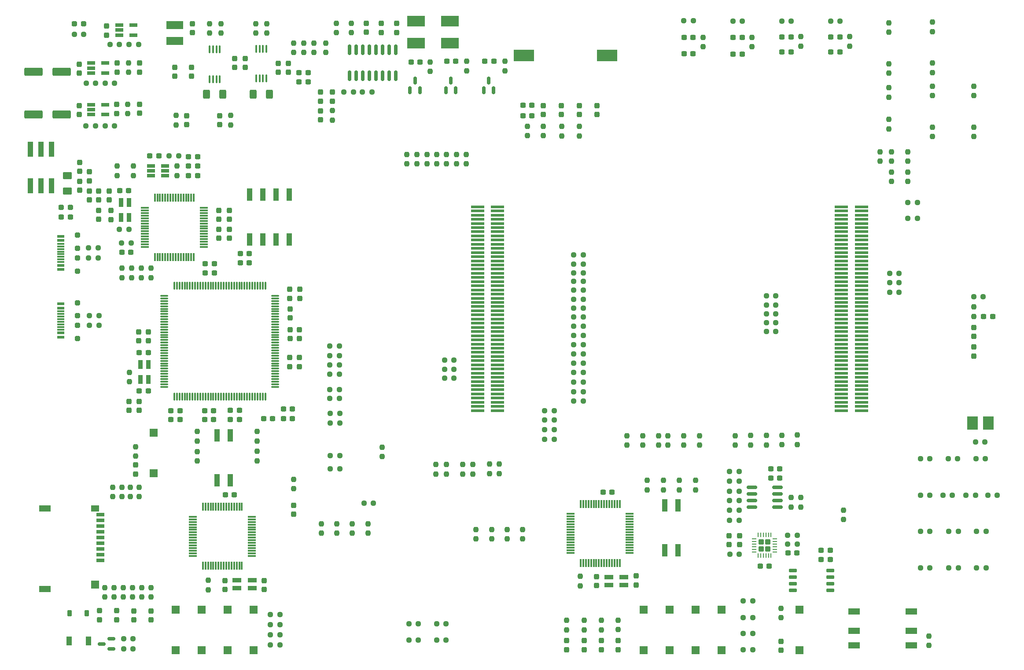
<source format=gbr>
%TF.GenerationSoftware,KiCad,Pcbnew,7.0.1*%
%TF.CreationDate,2023-05-17T15:07:38+08:00*%
%TF.ProjectId,PSVB_EvalBoard,50535642-5f45-4766-916c-426f6172642e,rev?*%
%TF.SameCoordinates,Original*%
%TF.FileFunction,Paste,Top*%
%TF.FilePolarity,Positive*%
%FSLAX46Y46*%
G04 Gerber Fmt 4.6, Leading zero omitted, Abs format (unit mm)*
G04 Created by KiCad (PCBNEW 7.0.1) date 2023-05-17 15:07:38*
%MOMM*%
%LPD*%
G01*
G04 APERTURE LIST*
G04 Aperture macros list*
%AMRoundRect*
0 Rectangle with rounded corners*
0 $1 Rounding radius*
0 $2 $3 $4 $5 $6 $7 $8 $9 X,Y pos of 4 corners*
0 Add a 4 corners polygon primitive as box body*
4,1,4,$2,$3,$4,$5,$6,$7,$8,$9,$2,$3,0*
0 Add four circle primitives for the rounded corners*
1,1,$1+$1,$2,$3*
1,1,$1+$1,$4,$5*
1,1,$1+$1,$6,$7*
1,1,$1+$1,$8,$9*
0 Add four rect primitives between the rounded corners*
20,1,$1+$1,$2,$3,$4,$5,0*
20,1,$1+$1,$4,$5,$6,$7,0*
20,1,$1+$1,$6,$7,$8,$9,0*
20,1,$1+$1,$8,$9,$2,$3,0*%
G04 Aperture macros list end*
%ADD10RoundRect,0.150000X0.150000X-0.587500X0.150000X0.587500X-0.150000X0.587500X-0.150000X-0.587500X0*%
%ADD11RoundRect,0.237500X0.237500X-0.300000X0.237500X0.300000X-0.237500X0.300000X-0.237500X-0.300000X0*%
%ADD12RoundRect,0.237500X0.300000X0.237500X-0.300000X0.237500X-0.300000X-0.237500X0.300000X-0.237500X0*%
%ADD13RoundRect,0.237500X0.237500X-0.250000X0.237500X0.250000X-0.237500X0.250000X-0.237500X-0.250000X0*%
%ADD14RoundRect,0.237500X0.237500X-0.287500X0.237500X0.287500X-0.237500X0.287500X-0.237500X-0.287500X0*%
%ADD15RoundRect,0.237500X-0.237500X0.250000X-0.237500X-0.250000X0.237500X-0.250000X0.237500X0.250000X0*%
%ADD16RoundRect,0.237500X-0.300000X-0.237500X0.300000X-0.237500X0.300000X0.237500X-0.300000X0.237500X0*%
%ADD17RoundRect,0.237500X-0.237500X0.300000X-0.237500X-0.300000X0.237500X-0.300000X0.237500X0.300000X0*%
%ADD18RoundRect,0.250000X-0.250000X0.250000X-0.250000X-0.250000X0.250000X-0.250000X0.250000X0.250000X0*%
%ADD19RoundRect,0.237500X-0.250000X-0.237500X0.250000X-0.237500X0.250000X0.237500X-0.250000X0.237500X0*%
%ADD20RoundRect,0.237500X-0.237500X0.287500X-0.237500X-0.287500X0.237500X-0.287500X0.237500X0.287500X0*%
%ADD21RoundRect,0.237500X0.250000X0.237500X-0.250000X0.237500X-0.250000X-0.237500X0.250000X-0.237500X0*%
%ADD22R,1.500000X1.500000*%
%ADD23RoundRect,0.150000X-0.150000X0.825000X-0.150000X-0.825000X0.150000X-0.825000X0.150000X0.825000X0*%
%ADD24R,1.120000X2.440000*%
%ADD25RoundRect,0.250000X1.500000X0.550000X-1.500000X0.550000X-1.500000X-0.550000X1.500000X-0.550000X0*%
%ADD26R,1.000000X3.000000*%
%ADD27R,2.200000X1.300000*%
%ADD28R,2.600000X0.500000*%
%ADD29R,0.900000X1.750000*%
%ADD30RoundRect,0.150000X0.587500X0.150000X-0.587500X0.150000X-0.587500X-0.150000X0.587500X-0.150000X0*%
%ADD31R,1.450000X0.600000*%
%ADD32R,1.450000X0.300000*%
%ADD33R,1.560000X0.650000*%
%ADD34RoundRect,0.250000X0.250000X-0.250000X0.250000X0.250000X-0.250000X0.250000X-0.250000X-0.250000X0*%
%ADD35R,3.500000X2.000000*%
%ADD36RoundRect,0.237500X0.287500X0.237500X-0.287500X0.237500X-0.287500X-0.237500X0.287500X-0.237500X0*%
%ADD37R,1.750000X0.900000*%
%ADD38R,4.000000X2.300000*%
%ADD39RoundRect,0.250000X-0.275000X0.295000X-0.275000X-0.295000X0.275000X-0.295000X0.275000X0.295000X0*%
%ADD40RoundRect,0.062500X-0.062500X0.337500X-0.062500X-0.337500X0.062500X-0.337500X0.062500X0.337500X0*%
%ADD41RoundRect,0.062500X-0.337500X0.062500X-0.337500X-0.062500X0.337500X-0.062500X0.337500X0.062500X0*%
%ADD42RoundRect,0.075000X0.075000X-0.700000X0.075000X0.700000X-0.075000X0.700000X-0.075000X-0.700000X0*%
%ADD43RoundRect,0.075000X0.700000X-0.075000X0.700000X0.075000X-0.700000X0.075000X-0.700000X-0.075000X0*%
%ADD44RoundRect,0.100000X0.100000X-0.637500X0.100000X0.637500X-0.100000X0.637500X-0.100000X-0.637500X0*%
%ADD45RoundRect,0.250000X-0.400000X-0.625000X0.400000X-0.625000X0.400000X0.625000X-0.400000X0.625000X0*%
%ADD46RoundRect,0.250001X-0.624999X0.462499X-0.624999X-0.462499X0.624999X-0.462499X0.624999X0.462499X0*%
%ADD47RoundRect,0.150000X-0.825000X-0.150000X0.825000X-0.150000X0.825000X0.150000X-0.825000X0.150000X0*%
%ADD48RoundRect,0.075000X-0.700000X-0.075000X0.700000X-0.075000X0.700000X0.075000X-0.700000X0.075000X0*%
%ADD49RoundRect,0.075000X-0.075000X-0.700000X0.075000X-0.700000X0.075000X0.700000X-0.075000X0.700000X0*%
%ADD50RoundRect,0.225000X-0.225000X-0.375000X0.225000X-0.375000X0.225000X0.375000X-0.225000X0.375000X0*%
%ADD51RoundRect,0.150000X-0.650000X-0.150000X0.650000X-0.150000X0.650000X0.150000X-0.650000X0.150000X0*%
%ADD52RoundRect,0.237500X-0.287500X-0.237500X0.287500X-0.237500X0.287500X0.237500X-0.287500X0.237500X0*%
%ADD53R,2.000000X2.600000*%
%ADD54R,1.100000X1.800000*%
%ADD55R,1.600000X0.700000*%
%ADD56R,1.500000X1.200000*%
%ADD57R,2.200000X1.200000*%
%ADD58R,1.500000X1.600000*%
%ADD59R,3.320000X1.500000*%
%ADD60RoundRect,0.075000X-0.662500X-0.075000X0.662500X-0.075000X0.662500X0.075000X-0.662500X0.075000X0*%
%ADD61RoundRect,0.075000X-0.075000X-0.662500X0.075000X-0.662500X0.075000X0.662500X-0.075000X0.662500X0*%
G04 APERTURE END LIST*
D10*
%TO.C,U7*%
X125084800Y-45743100D03*
X126984800Y-45743100D03*
X126034800Y-43868100D03*
%TD*%
D11*
%TO.C,C17*%
X116713000Y-34578400D03*
X116713000Y-32853400D03*
%TD*%
D12*
%TO.C,C62*%
X80821700Y-109067600D03*
X79096700Y-109067600D03*
%TD*%
D13*
%TO.C,R102*%
X225552000Y-34450500D03*
X225552000Y-32625500D03*
%TD*%
D11*
%TO.C,C15*%
X122555000Y-34579500D03*
X122555000Y-32854500D03*
%TD*%
D14*
%TO.C,L4*%
X65227200Y-66813400D03*
X65227200Y-65063400D03*
%TD*%
%TO.C,LED12*%
X75285600Y-147585400D03*
X75285600Y-145835400D03*
%TD*%
D15*
%TO.C,R72*%
X198374000Y-124055500D03*
X198374000Y-125880500D03*
%TD*%
D16*
%TO.C,C28*%
X58014700Y-70104000D03*
X59739700Y-70104000D03*
%TD*%
D14*
%TO.C,LED11*%
X71983600Y-147585400D03*
X71983600Y-145835400D03*
%TD*%
D17*
%TO.C,C21*%
X110185200Y-46076700D03*
X110185200Y-47801700D03*
%TD*%
D11*
%TO.C,C7*%
X66751200Y-35101700D03*
X66751200Y-33376700D03*
%TD*%
D12*
%TO.C,C93*%
X198347500Y-35433000D03*
X196622500Y-35433000D03*
%TD*%
%TO.C,C52*%
X92251700Y-107289600D03*
X90526700Y-107289600D03*
%TD*%
D13*
%TO.C,R186*%
X134010400Y-59891300D03*
X134010400Y-58066300D03*
%TD*%
D11*
%TO.C,C77*%
X97028000Y-141730900D03*
X97028000Y-140005900D03*
%TD*%
D15*
%TO.C,R84*%
X161848800Y-147677500D03*
X161848800Y-149502500D03*
%TD*%
D18*
%TO.C,ESD4*%
X61163200Y-90952000D03*
X61163200Y-93452000D03*
%TD*%
D14*
%TO.C,3V3_PWR*%
X73101200Y-42226200D03*
X73101200Y-40476200D03*
%TD*%
D19*
%TO.C,R6*%
X66446400Y-52578000D03*
X68271400Y-52578000D03*
%TD*%
%TO.C,R224*%
X156567500Y-100025200D03*
X158392500Y-100025200D03*
%TD*%
D16*
%TO.C,C36*%
X69241500Y-64996400D03*
X70966500Y-64996400D03*
%TD*%
D17*
%TO.C,C23*%
X101701600Y-40539500D03*
X101701600Y-42264500D03*
%TD*%
D12*
%TO.C,C91*%
X188949500Y-35560000D03*
X187224500Y-35560000D03*
%TD*%
D20*
%TO.C,LED8*%
X150723600Y-48655000D03*
X150723600Y-50405000D03*
%TD*%
D21*
%TO.C,R203*%
X118055400Y-125171200D03*
X116230400Y-125171200D03*
%TD*%
D22*
%TO.C,KEY6*%
X80000000Y-145600000D03*
X80000000Y-153400000D03*
%TD*%
D23*
%TO.C,U6*%
X122351800Y-37961800D03*
X121081800Y-37961800D03*
X119811800Y-37961800D03*
X118541800Y-37961800D03*
X117271800Y-37961800D03*
X116001800Y-37961800D03*
X114731800Y-37961800D03*
X113461800Y-37961800D03*
X113461800Y-42911800D03*
X114731800Y-42911800D03*
X116001800Y-42911800D03*
X117271800Y-42911800D03*
X118541800Y-42911800D03*
X119811800Y-42911800D03*
X121081800Y-42911800D03*
X122351800Y-42911800D03*
%TD*%
D19*
%TO.C,R28*%
X63247900Y-76047600D03*
X65072900Y-76047600D03*
%TD*%
D12*
%TO.C,C80*%
X196188500Y-118491000D03*
X194463500Y-118491000D03*
%TD*%
D13*
%TO.C,R105*%
X225552000Y-54643500D03*
X225552000Y-52818500D03*
%TD*%
D17*
%TO.C,C69*%
X71069200Y-105563500D03*
X71069200Y-107288500D03*
%TD*%
%TO.C,C57*%
X72948800Y-105562400D03*
X72948800Y-107287400D03*
%TD*%
D15*
%TO.C,R40*%
X72288400Y-114251100D03*
X72288400Y-116076100D03*
%TD*%
D19*
%TO.C,R195*%
X109679100Y-103276400D03*
X111504100Y-103276400D03*
%TD*%
%TO.C,R194*%
X109729900Y-107899200D03*
X111554900Y-107899200D03*
%TD*%
D20*
%TO.C,LED5*%
X161036000Y-48655000D03*
X161036000Y-50405000D03*
%TD*%
D11*
%TO.C,C97*%
X233476800Y-93065600D03*
X233476800Y-91340600D03*
%TD*%
D19*
%TO.C,R220*%
X156567500Y-80822800D03*
X158392500Y-80822800D03*
%TD*%
D16*
%TO.C,C83*%
X197761500Y-134677000D03*
X199486500Y-134677000D03*
%TD*%
D15*
%TO.C,R137*%
X75285600Y-141376400D03*
X75285600Y-143201400D03*
%TD*%
%TO.C,R49*%
X146764000Y-130200400D03*
X146764000Y-132025400D03*
%TD*%
%TO.C,R56*%
X117000000Y-129087500D03*
X117000000Y-130912500D03*
%TD*%
D19*
%TO.C,R196*%
X109729900Y-109728000D03*
X111554900Y-109728000D03*
%TD*%
D13*
%TO.C,R36*%
X69642200Y-81784200D03*
X69642200Y-79959200D03*
%TD*%
D16*
%TO.C,C68*%
X85700700Y-79044800D03*
X87425700Y-79044800D03*
%TD*%
%TO.C,C67*%
X92456000Y-77114400D03*
X94181000Y-77114400D03*
%TD*%
D11*
%TO.C,C3*%
X61468000Y-42416900D03*
X61468000Y-40691900D03*
%TD*%
D21*
%TO.C,R151*%
X219149300Y-80924400D03*
X217324300Y-80924400D03*
%TD*%
D19*
%TO.C,R214*%
X156567500Y-91135200D03*
X158392500Y-91135200D03*
%TD*%
%TO.C,R66*%
X186563000Y-120925790D03*
X188388000Y-120925790D03*
%TD*%
D13*
%TO.C,R147*%
X196596000Y-113891700D03*
X196596000Y-112066700D03*
%TD*%
%TO.C,R64*%
X173786800Y-122578500D03*
X173786800Y-120753500D03*
%TD*%
D24*
%TO.C,BOOT_MODE1*%
X90525600Y-112128600D03*
X87985600Y-112128600D03*
X87985600Y-120738600D03*
X90525600Y-120738600D03*
%TD*%
D15*
%TO.C,R156*%
X217678000Y-61419100D03*
X217678000Y-63244100D03*
%TD*%
%TO.C,R32*%
X71882000Y-60301500D03*
X71882000Y-62126500D03*
%TD*%
D25*
%TO.C,C2*%
X58072000Y-42164000D03*
X52672000Y-42164000D03*
%TD*%
D15*
%TO.C,R199*%
X66395600Y-141378300D03*
X66395600Y-143203300D03*
%TD*%
D19*
%TO.C,R197*%
X109679100Y-105003600D03*
X111504100Y-105003600D03*
%TD*%
D12*
%TO.C,C71*%
X98652500Y-108915200D03*
X96927500Y-108915200D03*
%TD*%
D21*
%TO.C,R121*%
X230528500Y-137541000D03*
X228703500Y-137541000D03*
%TD*%
D12*
%TO.C,C63*%
X92251700Y-109067600D03*
X90526700Y-109067600D03*
%TD*%
D16*
%TO.C,C26*%
X132131900Y-40132000D03*
X133856900Y-40132000D03*
%TD*%
D22*
%TO.C,KEY7*%
X85000000Y-145600000D03*
X85000000Y-153400000D03*
%TD*%
D19*
%TO.C,R219*%
X156567500Y-82499200D03*
X158392500Y-82499200D03*
%TD*%
D11*
%TO.C,C30*%
X61518800Y-61314500D03*
X61518800Y-59589500D03*
%TD*%
D21*
%TO.C,R74*%
X199536500Y-133000600D03*
X197711500Y-133000600D03*
%TD*%
D14*
%TO.C,LED2*%
X158546800Y-153327700D03*
X158546800Y-151577700D03*
%TD*%
D13*
%TO.C,R94*%
X137134600Y-119532400D03*
X137134600Y-117707400D03*
%TD*%
D26*
%TO.C,POWER1*%
X52102000Y-64079000D03*
X54102000Y-64079000D03*
X56102000Y-64079000D03*
X52102000Y-57079000D03*
X54102000Y-57079000D03*
X56102000Y-57079000D03*
%TD*%
D17*
%TO.C,C31*%
X65227200Y-68835100D03*
X65227200Y-70560100D03*
%TD*%
D21*
%TO.C,R169*%
X195423800Y-85293200D03*
X193598800Y-85293200D03*
%TD*%
D19*
%TO.C,R7*%
X62739900Y-52578000D03*
X64564900Y-52578000D03*
%TD*%
D21*
%TO.C,R178*%
X133549400Y-99364800D03*
X131724400Y-99364800D03*
%TD*%
D15*
%TO.C,R16*%
X110921800Y-32804500D03*
X110921800Y-34629500D03*
%TD*%
D17*
%TO.C,C64*%
X103835200Y-97130700D03*
X103835200Y-98855700D03*
%TD*%
D13*
%TO.C,R86*%
X157632400Y-54506500D03*
X157632400Y-52681500D03*
%TD*%
%TO.C,R37*%
X73401400Y-81784200D03*
X73401400Y-79959200D03*
%TD*%
D12*
%TO.C,C86*%
X205891300Y-135991600D03*
X204166300Y-135991600D03*
%TD*%
D19*
%TO.C,R207*%
X156567500Y-79146400D03*
X158392500Y-79146400D03*
%TD*%
D15*
%TO.C,R155*%
X220776800Y-57558300D03*
X220776800Y-59383300D03*
%TD*%
D19*
%TO.C,R215*%
X156567500Y-89357200D03*
X158392500Y-89357200D03*
%TD*%
D17*
%TO.C,C14*%
X82092800Y-50597900D03*
X82092800Y-52322900D03*
%TD*%
D12*
%TO.C,C95*%
X207745500Y-35433000D03*
X206020500Y-35433000D03*
%TD*%
D15*
%TO.C,R134*%
X69900800Y-141376400D03*
X69900800Y-143201400D03*
%TD*%
D21*
%TO.C,R179*%
X133549400Y-97586800D03*
X131724400Y-97586800D03*
%TD*%
D19*
%TO.C,R127*%
X196572500Y-32385000D03*
X198397500Y-32385000D03*
%TD*%
D15*
%TO.C,R14*%
X86512400Y-32920300D03*
X86512400Y-34745300D03*
%TD*%
D27*
%TO.C,KEY5*%
X210500000Y-146000000D03*
X210500000Y-149700000D03*
X210500000Y-152500000D03*
X221500000Y-152500000D03*
X221500000Y-149700000D03*
X221500000Y-146000000D03*
%TD*%
D19*
%TO.C,R79*%
X189181100Y-147116800D03*
X191006100Y-147116800D03*
%TD*%
%TO.C,R227*%
X156567500Y-94691200D03*
X158392500Y-94691200D03*
%TD*%
%TO.C,R54*%
X124866500Y-151485600D03*
X126691500Y-151485600D03*
%TD*%
D18*
%TO.C,ESD2*%
X61112400Y-77998000D03*
X61112400Y-80498000D03*
%TD*%
D21*
%TO.C,R119*%
X235862500Y-130556000D03*
X234037500Y-130556000D03*
%TD*%
D22*
%TO.C,AKINA_RESET1*%
X200000000Y-153400000D03*
X200000000Y-145600000D03*
%TD*%
D15*
%TO.C,R20*%
X106629200Y-36628700D03*
X106629200Y-38453700D03*
%TD*%
D12*
%TO.C,C81*%
X196188500Y-120269000D03*
X194463500Y-120269000D03*
%TD*%
D13*
%TO.C,R90*%
X140356253Y-119452053D03*
X140356253Y-117627053D03*
%TD*%
D28*
%TO.C,BTB100x1*%
X211950000Y-107325000D03*
X211950000Y-106525000D03*
X211950000Y-105725000D03*
X211950000Y-104925000D03*
X211950000Y-104125000D03*
X211950000Y-103325000D03*
X211950000Y-102525000D03*
X211950000Y-101725000D03*
X211950000Y-100925000D03*
X211950000Y-100125000D03*
X211950000Y-99325000D03*
X211950000Y-98525000D03*
X211950000Y-97725000D03*
X211950000Y-96925000D03*
X211950000Y-96125000D03*
X211950000Y-95325000D03*
X211950000Y-94525000D03*
X211950000Y-93725000D03*
X211950000Y-92925000D03*
X211950000Y-92125000D03*
X211950000Y-91325000D03*
X211950000Y-90525000D03*
X211950000Y-89725000D03*
X211950000Y-88925000D03*
X211950000Y-88125000D03*
X211950000Y-87325000D03*
X211950000Y-86525000D03*
X211950000Y-85725000D03*
X211950000Y-84925000D03*
X211950000Y-84125000D03*
X211950000Y-83325000D03*
X211950000Y-82525000D03*
X211950000Y-81725000D03*
X211950000Y-80925000D03*
X211950000Y-80125000D03*
X211950000Y-79325000D03*
X211950000Y-78525000D03*
X211950000Y-77725000D03*
X211950000Y-76925000D03*
X211950000Y-76125000D03*
X211950000Y-75325000D03*
X211950000Y-74525000D03*
X211950000Y-73725000D03*
X211950000Y-72925000D03*
X211950000Y-72125000D03*
X211950000Y-71325000D03*
X211950000Y-70525000D03*
X211950000Y-69725000D03*
X211950000Y-68925000D03*
X211950000Y-68125000D03*
X208050000Y-107325000D03*
X208050000Y-106525000D03*
X208050000Y-105725000D03*
X208050000Y-104925000D03*
X208050000Y-104125000D03*
X208050000Y-103325000D03*
X208050000Y-102525000D03*
X208050000Y-101725000D03*
X208050000Y-100925000D03*
X208050000Y-100125000D03*
X208050000Y-99325000D03*
X208050000Y-98525000D03*
X208050000Y-97725000D03*
X208050000Y-96925000D03*
X208050000Y-96125000D03*
X208050000Y-95325000D03*
X208050000Y-94525000D03*
X208050000Y-93725000D03*
X208050000Y-92925000D03*
X208050000Y-92125000D03*
X208050000Y-91325000D03*
X208050000Y-90525000D03*
X208050000Y-89725000D03*
X208050000Y-88925000D03*
X208050000Y-88125000D03*
X208050000Y-87325000D03*
X208050000Y-86525000D03*
X208050000Y-85725000D03*
X208050000Y-84925000D03*
X208050000Y-84125000D03*
X208050000Y-83325000D03*
X208050000Y-82525000D03*
X208050000Y-81725000D03*
X208050000Y-80925000D03*
X208050000Y-80125000D03*
X208050000Y-79325000D03*
X208050000Y-78525000D03*
X208050000Y-77725000D03*
X208050000Y-76925000D03*
X208050000Y-76125000D03*
X208050000Y-75325000D03*
X208050000Y-74525000D03*
X208050000Y-73725000D03*
X208050000Y-72925000D03*
X208050000Y-72125000D03*
X208050000Y-71325000D03*
X208050000Y-70525000D03*
X208050000Y-69725000D03*
X208050000Y-68925000D03*
X208050000Y-68125000D03*
X141900000Y-107325000D03*
X141900000Y-106525000D03*
X141900000Y-105725000D03*
X141900000Y-104925000D03*
X141900000Y-104125000D03*
X141900000Y-103325000D03*
X141900000Y-102525000D03*
X141900000Y-101725000D03*
X141900000Y-100925000D03*
X141900000Y-100125000D03*
X141900000Y-99325000D03*
X141900000Y-98525000D03*
X141900000Y-97725000D03*
X141900000Y-96925000D03*
X141900000Y-96125000D03*
X141900000Y-95325000D03*
X141900000Y-94525000D03*
X141900000Y-93725000D03*
X141900000Y-92925000D03*
X141900000Y-92125000D03*
X141900000Y-91325000D03*
X141900000Y-90525000D03*
X141900000Y-89725000D03*
X141900000Y-88925000D03*
X141900000Y-88125000D03*
X141900000Y-87325000D03*
X141900000Y-86525000D03*
X141900000Y-85725000D03*
X141900000Y-84925000D03*
X141900000Y-84125000D03*
X141900000Y-83325000D03*
X141900000Y-82525000D03*
X141900000Y-81725000D03*
X141900000Y-80925000D03*
X141900000Y-80125000D03*
X141900000Y-79325000D03*
X141900000Y-78525000D03*
X141900000Y-77725000D03*
X141900000Y-76925000D03*
X141900000Y-76125000D03*
X141900000Y-75325000D03*
X141900000Y-74525000D03*
X141900000Y-73725000D03*
X141900000Y-72925000D03*
X141900000Y-72125000D03*
X141900000Y-71325000D03*
X141900000Y-70525000D03*
X141900000Y-69725000D03*
X141900000Y-68925000D03*
X141900000Y-68125000D03*
X138100000Y-107325000D03*
X138100000Y-106525000D03*
X138100000Y-105725000D03*
X138100000Y-104925000D03*
X138100000Y-104125000D03*
X138100000Y-103325000D03*
X138100000Y-102525000D03*
X138100000Y-101725000D03*
X138100000Y-100925000D03*
X138100000Y-100125000D03*
X138100000Y-99325000D03*
X138100000Y-98525000D03*
X138100000Y-97725000D03*
X138100000Y-96925000D03*
X138100000Y-96125000D03*
X138100000Y-95325000D03*
X138100000Y-94525000D03*
X138100000Y-93725000D03*
X138100000Y-92925000D03*
X138100000Y-92125000D03*
X138100000Y-91325000D03*
X138100000Y-90525000D03*
X138100000Y-89725000D03*
X138100000Y-88925000D03*
X138100000Y-88125000D03*
X138100000Y-87325000D03*
X138100000Y-86525000D03*
X138100000Y-85725000D03*
X138100000Y-84925000D03*
X138100000Y-84125000D03*
X138100000Y-83325000D03*
X138100000Y-82525000D03*
X138100000Y-81725000D03*
X138100000Y-80925000D03*
X138100000Y-80125000D03*
X138100000Y-79325000D03*
X138100000Y-78525000D03*
X138100000Y-77725000D03*
X138100000Y-76925000D03*
X138100000Y-76125000D03*
X138100000Y-75325000D03*
X138100000Y-74525000D03*
X138100000Y-73725000D03*
X138100000Y-72925000D03*
X138100000Y-72125000D03*
X138100000Y-71325000D03*
X138100000Y-70525000D03*
X138100000Y-69725000D03*
X138100000Y-68925000D03*
X138100000Y-68125000D03*
%TD*%
D19*
%TO.C,R67*%
X186563000Y-122830790D03*
X188388000Y-122830790D03*
%TD*%
D12*
%TO.C,C78*%
X91286500Y-123494800D03*
X89561500Y-123494800D03*
%TD*%
D21*
%TO.C,R114*%
X229385500Y-123571000D03*
X227560500Y-123571000D03*
%TD*%
D12*
%TO.C,C35*%
X76757700Y-58369200D03*
X75032700Y-58369200D03*
%TD*%
%TO.C,C19*%
X105459700Y-44145200D03*
X103734700Y-44145200D03*
%TD*%
D11*
%TO.C,C5*%
X61468000Y-50393600D03*
X61468000Y-48668600D03*
%TD*%
D12*
%TO.C,C61*%
X87323000Y-109067600D03*
X85598000Y-109067600D03*
%TD*%
D21*
%TO.C,R70*%
X188364500Y-124608790D03*
X186539500Y-124608790D03*
%TD*%
%TO.C,R116*%
X238021500Y-123571000D03*
X236196500Y-123571000D03*
%TD*%
D16*
%TO.C,C82*%
X192427500Y-137267800D03*
X194152500Y-137267800D03*
%TD*%
D29*
%TO.C,X2*%
X71031400Y-70205600D03*
X71031400Y-67305600D03*
X69481400Y-67305600D03*
X69481400Y-70205600D03*
%TD*%
D15*
%TO.C,R22*%
X113766600Y-32804500D03*
X113766600Y-34629500D03*
%TD*%
D30*
%TO.C,Q1*%
X67637900Y-153146800D03*
X67637900Y-151246800D03*
X65762900Y-152196800D03*
%TD*%
D16*
%TO.C,C56*%
X85700700Y-80873600D03*
X87425700Y-80873600D03*
%TD*%
D31*
%TO.C,USB2*%
X57945000Y-86800000D03*
X57945000Y-87600000D03*
D32*
X57945000Y-88250000D03*
X57945000Y-88750000D03*
X57945000Y-89250000D03*
X57945000Y-89750000D03*
X57945000Y-90250000D03*
X57945000Y-90750000D03*
X57945000Y-91250000D03*
X57945000Y-91750000D03*
D31*
X57945000Y-92400000D03*
X57945000Y-93200000D03*
%TD*%
D21*
%TO.C,R113*%
X225067500Y-123571000D03*
X223242500Y-123571000D03*
%TD*%
D20*
%TO.C,LED7*%
X154178000Y-48655000D03*
X154178000Y-50405000D03*
%TD*%
D12*
%TO.C,C70*%
X102462500Y-107035600D03*
X100737500Y-107035600D03*
%TD*%
D10*
%TO.C,U8*%
X131993600Y-45743100D03*
X133893600Y-45743100D03*
X132943600Y-43868100D03*
%TD*%
D14*
%TO.C,LED3*%
X161848800Y-153337200D03*
X161848800Y-151587200D03*
%TD*%
D19*
%TO.C,R222*%
X156567500Y-103682800D03*
X158392500Y-103682800D03*
%TD*%
D13*
%TO.C,R95*%
X132054600Y-119507000D03*
X132054600Y-117682000D03*
%TD*%
D22*
%TO.C,KEY9*%
X95000000Y-145600000D03*
X95000000Y-153400000D03*
%TD*%
D19*
%TO.C,R141*%
X98249100Y-148488400D03*
X100074100Y-148488400D03*
%TD*%
D13*
%TO.C,R131*%
X102671200Y-122375300D03*
X102671200Y-120550300D03*
%TD*%
D15*
%TO.C,R43*%
X95707200Y-115165500D03*
X95707200Y-116990500D03*
%TD*%
D19*
%TO.C,R213*%
X156567500Y-92913200D03*
X158392500Y-92913200D03*
%TD*%
D33*
%TO.C,U2*%
X63724800Y-48478400D03*
X63724800Y-49428400D03*
X63724800Y-50378400D03*
X66424800Y-50378400D03*
X66424800Y-48478400D03*
%TD*%
D13*
%TO.C,R45*%
X84175600Y-113180500D03*
X84175600Y-111355500D03*
%TD*%
D15*
%TO.C,R50*%
X140764000Y-130200400D03*
X140764000Y-132025400D03*
%TD*%
D19*
%TO.C,R4*%
X66448300Y-44348400D03*
X68273300Y-44348400D03*
%TD*%
D11*
%TO.C,C49*%
X74803000Y-93928100D03*
X74803000Y-92203100D03*
%TD*%
D13*
%TO.C,R171*%
X169824400Y-113993300D03*
X169824400Y-112168300D03*
%TD*%
D21*
%TO.C,R31*%
X71016500Y-72464000D03*
X69191500Y-72464000D03*
%TD*%
D13*
%TO.C,R181*%
X126390400Y-59891300D03*
X126390400Y-58066300D03*
%TD*%
D19*
%TO.C,R5*%
X62790700Y-44348400D03*
X64615700Y-44348400D03*
%TD*%
D15*
%TO.C,R13*%
X88696800Y-32920300D03*
X88696800Y-34745300D03*
%TD*%
D34*
%TO.C,ESD1*%
X61112400Y-76078400D03*
X61112400Y-73578400D03*
%TD*%
D14*
%TO.C,LED9*%
X65379600Y-147574000D03*
X65379600Y-145824000D03*
%TD*%
D35*
%TO.C,X1*%
X132764600Y-32429800D03*
X126264600Y-32429800D03*
X126264600Y-36629800D03*
X132764600Y-36629800D03*
%TD*%
D21*
%TO.C,R47*%
X132025500Y-148336000D03*
X130200500Y-148336000D03*
%TD*%
D13*
%TO.C,R164*%
X215493600Y-59383300D03*
X215493600Y-57558300D03*
%TD*%
D15*
%TO.C,R161*%
X177698400Y-112168300D03*
X177698400Y-113993300D03*
%TD*%
%TO.C,R136*%
X73507600Y-141376400D03*
X73507600Y-143201400D03*
%TD*%
%TO.C,R124*%
X181456500Y-35521500D03*
X181456500Y-37346500D03*
%TD*%
D19*
%TO.C,R1*%
X60504700Y-34950400D03*
X62329700Y-34950400D03*
%TD*%
%TO.C,R223*%
X156567500Y-101854000D03*
X158392500Y-101854000D03*
%TD*%
D13*
%TO.C,R146*%
X193598800Y-113942500D03*
X193598800Y-112117500D03*
%TD*%
D15*
%TO.C,R11*%
X95453200Y-32920300D03*
X95453200Y-34745300D03*
%TD*%
D17*
%TO.C,C43*%
X88290400Y-72441900D03*
X88290400Y-74166900D03*
%TD*%
D21*
%TO.C,R150*%
X219149300Y-82753200D03*
X217324300Y-82753200D03*
%TD*%
D13*
%TO.C,R92*%
X130073400Y-119507000D03*
X130073400Y-117682000D03*
%TD*%
D12*
%TO.C,C89*%
X179525000Y-35545000D03*
X177800000Y-35545000D03*
%TD*%
D19*
%TO.C,R189*%
X109729900Y-118567200D03*
X111554900Y-118567200D03*
%TD*%
D13*
%TO.C,R144*%
X187604400Y-113993300D03*
X187604400Y-112168300D03*
%TD*%
D12*
%TO.C,C87*%
X205891300Y-134162800D03*
X204166300Y-134162800D03*
%TD*%
D13*
%TO.C,R101*%
X217170000Y-42451500D03*
X217170000Y-40626500D03*
%TD*%
D17*
%TO.C,C42*%
X88290400Y-68835100D03*
X88290400Y-70560100D03*
%TD*%
D21*
%TO.C,R68*%
X188364500Y-128418790D03*
X186539500Y-128418790D03*
%TD*%
%TO.C,R167*%
X195423800Y-88717600D03*
X193598800Y-88717600D03*
%TD*%
D15*
%TO.C,R10*%
X97536000Y-32920300D03*
X97536000Y-34745300D03*
%TD*%
D13*
%TO.C,R148*%
X199593200Y-113839000D03*
X199593200Y-112014000D03*
%TD*%
D19*
%TO.C,R221*%
X156567500Y-105511600D03*
X158392500Y-105511600D03*
%TD*%
D36*
%TO.C,L2*%
X59752200Y-68224400D03*
X58002200Y-68224400D03*
%TD*%
D13*
%TO.C,R93*%
X142235853Y-119452053D03*
X142235853Y-117627053D03*
%TD*%
D14*
%TO.C,1V8_PWR*%
X73101200Y-50151000D03*
X73101200Y-48401000D03*
%TD*%
D15*
%TO.C,R57*%
X111000000Y-129087500D03*
X111000000Y-130912500D03*
%TD*%
D21*
%TO.C,R191*%
X111504100Y-98552000D03*
X109679100Y-98552000D03*
%TD*%
D13*
%TO.C,R182*%
X72999600Y-123899300D03*
X72999600Y-122074300D03*
%TD*%
D37*
%TO.C,X5*%
X94718800Y-139941000D03*
X91818800Y-139941000D03*
X91818800Y-141491000D03*
X94718800Y-141491000D03*
%TD*%
D19*
%TO.C,R65*%
X186539500Y-119020790D03*
X188364500Y-119020790D03*
%TD*%
%TO.C,R78*%
X189181100Y-150215600D03*
X191006100Y-150215600D03*
%TD*%
D13*
%TO.C,R103*%
X225552000Y-42324500D03*
X225552000Y-40499500D03*
%TD*%
D21*
%TO.C,R73*%
X199536500Y-131324200D03*
X197711500Y-131324200D03*
%TD*%
D13*
%TO.C,R89*%
X147624800Y-54457600D03*
X147624800Y-52632600D03*
%TD*%
%TO.C,R39*%
X75281000Y-81784200D03*
X75281000Y-79959200D03*
%TD*%
D19*
%TO.C,R123*%
X177750000Y-32370000D03*
X179575000Y-32370000D03*
%TD*%
D11*
%TO.C,C72*%
X102006400Y-89508500D03*
X102006400Y-87783500D03*
%TD*%
D17*
%TO.C,C41*%
X90373200Y-68835100D03*
X90373200Y-70560100D03*
%TD*%
D13*
%TO.C,R44*%
X95707200Y-113178600D03*
X95707200Y-111353600D03*
%TD*%
D15*
%TO.C,R2*%
X70916800Y-40438700D03*
X70916800Y-42263700D03*
%TD*%
D19*
%TO.C,R175*%
X150965965Y-109155665D03*
X152790965Y-109155665D03*
%TD*%
D11*
%TO.C,C10*%
X91389200Y-41350100D03*
X91389200Y-39625100D03*
%TD*%
D12*
%TO.C,C88*%
X179525000Y-38720000D03*
X177800000Y-38720000D03*
%TD*%
D11*
%TO.C,C96*%
X102666800Y-127280700D03*
X102666800Y-125555700D03*
%TD*%
D13*
%TO.C,R33*%
X68732400Y-62126500D03*
X68732400Y-60301500D03*
%TD*%
D19*
%TO.C,R99*%
X233834300Y-113385600D03*
X235659300Y-113385600D03*
%TD*%
D22*
%TO.C,KEY2*%
X180000000Y-145600000D03*
X180000000Y-153400000D03*
%TD*%
D13*
%TO.C,R59*%
X86309200Y-141780900D03*
X86309200Y-139955900D03*
%TD*%
D15*
%TO.C,R160*%
X180746400Y-112168300D03*
X180746400Y-113993300D03*
%TD*%
D11*
%TO.C,C16*%
X119557800Y-34579500D03*
X119557800Y-32854500D03*
%TD*%
D12*
%TO.C,C92*%
X198347500Y-38354000D03*
X196622500Y-38354000D03*
%TD*%
D24*
%TO.C,BOOT_MODE2*%
X176580800Y-125539800D03*
X174040800Y-125539800D03*
X174040800Y-134149800D03*
X176580800Y-134149800D03*
%TD*%
D12*
%TO.C,C100*%
X148538100Y-50647600D03*
X146813100Y-50647600D03*
%TD*%
%TO.C,C18*%
X105459700Y-42316400D03*
X103734700Y-42316400D03*
%TD*%
D19*
%TO.C,R208*%
X156567500Y-77419200D03*
X158392500Y-77419200D03*
%TD*%
D12*
%TO.C,C50*%
X87324100Y-107340400D03*
X85599100Y-107340400D03*
%TD*%
D21*
%TO.C,R177*%
X133549400Y-101092000D03*
X131724400Y-101092000D03*
%TD*%
D15*
%TO.C,R41*%
X71094600Y-99976300D03*
X71094600Y-101801300D03*
%TD*%
D33*
%TO.C,U3*%
X69160400Y-33187600D03*
X69160400Y-34137600D03*
X69160400Y-35087600D03*
X71860400Y-35087600D03*
X71860400Y-33187600D03*
%TD*%
D17*
%TO.C,C11*%
X88493600Y-50597900D03*
X88493600Y-52322900D03*
%TD*%
D21*
%TO.C,R149*%
X219149300Y-84582000D03*
X217324300Y-84582000D03*
%TD*%
D15*
%TO.C,R82*%
X155194000Y-147675600D03*
X155194000Y-149500600D03*
%TD*%
D13*
%TO.C,R170*%
X172872400Y-113991400D03*
X172872400Y-112166400D03*
%TD*%
D15*
%TO.C,R48*%
X137764000Y-130200400D03*
X137764000Y-132025400D03*
%TD*%
D21*
%TO.C,R166*%
X195425700Y-90424000D03*
X193600700Y-90424000D03*
%TD*%
%TO.C,R118*%
X230528500Y-130556000D03*
X228703500Y-130556000D03*
%TD*%
D19*
%TO.C,R140*%
X98249100Y-146558000D03*
X100074100Y-146558000D03*
%TD*%
D13*
%TO.C,R91*%
X135255000Y-119532400D03*
X135255000Y-117707400D03*
%TD*%
D19*
%TO.C,R173*%
X150964065Y-112813265D03*
X152789065Y-112813265D03*
%TD*%
%TO.C,R77*%
X189181100Y-153314400D03*
X191006100Y-153314400D03*
%TD*%
D15*
%TO.C,R96*%
X233476800Y-87377900D03*
X233476800Y-89202900D03*
%TD*%
D12*
%TO.C,C101*%
X148538100Y-48615600D03*
X146813100Y-48615600D03*
%TD*%
D38*
%TO.C,BAT1*%
X162964400Y-39065200D03*
X146964400Y-39065200D03*
%TD*%
D19*
%TO.C,R8*%
X71071100Y-36931600D03*
X72896100Y-36931600D03*
%TD*%
D17*
%TO.C,C53*%
X101955600Y-97129600D03*
X101955600Y-98854600D03*
%TD*%
D13*
%TO.C,R100*%
X217170000Y-34577500D03*
X217170000Y-32752500D03*
%TD*%
%TO.C,R107*%
X217170000Y-53134900D03*
X217170000Y-51309900D03*
%TD*%
D15*
%TO.C,R83*%
X158546800Y-147677500D03*
X158546800Y-149502500D03*
%TD*%
D34*
%TO.C,ESD3*%
X61163200Y-89083200D03*
X61163200Y-86583200D03*
%TD*%
D11*
%TO.C,C74*%
X168605200Y-140854300D03*
X168605200Y-139129300D03*
%TD*%
D22*
%TO.C,KEY1*%
X185000000Y-145600000D03*
X185000000Y-153400000D03*
%TD*%
D13*
%TO.C,R108*%
X233553000Y-46769500D03*
X233553000Y-44944500D03*
%TD*%
D17*
%TO.C,C54*%
X102006400Y-91745900D03*
X102006400Y-93470900D03*
%TD*%
D39*
%TO.C,U16*%
X193924000Y-132567200D03*
X192624000Y-132567200D03*
X193924000Y-133917200D03*
X192624000Y-133917200D03*
D40*
X194524000Y-131267200D03*
X194024000Y-131267200D03*
X193524000Y-131267200D03*
X193024000Y-131267200D03*
X192524000Y-131267200D03*
X192024000Y-131267200D03*
D41*
X191299000Y-131992200D03*
X191299000Y-132492200D03*
X191299000Y-132992200D03*
X191299000Y-133492200D03*
X191299000Y-133992200D03*
X191299000Y-134492200D03*
D40*
X192024000Y-135217200D03*
X192524000Y-135217200D03*
X193024000Y-135217200D03*
X193524000Y-135217200D03*
X194024000Y-135217200D03*
X194524000Y-135217200D03*
D41*
X195249000Y-134492200D03*
X195249000Y-133992200D03*
X195249000Y-133492200D03*
X195249000Y-132992200D03*
X195249000Y-132492200D03*
X195249000Y-131992200D03*
%TD*%
D15*
%TO.C,R55*%
X108000000Y-129087500D03*
X108000000Y-130912500D03*
%TD*%
%TO.C,R21*%
X108915200Y-36628700D03*
X108915200Y-38453700D03*
%TD*%
%TO.C,R15*%
X80111600Y-50547900D03*
X80111600Y-52372900D03*
%TD*%
D42*
%TO.C,U14*%
X85250000Y-137175000D03*
X85750000Y-137175000D03*
X86250000Y-137175000D03*
X86750000Y-137175000D03*
X87250000Y-137175000D03*
X87750000Y-137175000D03*
X88250000Y-137175000D03*
X88750000Y-137175000D03*
X89250000Y-137175000D03*
X89750000Y-137175000D03*
X90250000Y-137175000D03*
X90750000Y-137175000D03*
X91250000Y-137175000D03*
X91750000Y-137175000D03*
X92250000Y-137175000D03*
X92750000Y-137175000D03*
D43*
X94675000Y-135250000D03*
X94675000Y-134750000D03*
X94675000Y-134250000D03*
X94675000Y-133750000D03*
X94675000Y-133250000D03*
X94675000Y-132750000D03*
X94675000Y-132250000D03*
X94675000Y-131750000D03*
X94675000Y-131250000D03*
X94675000Y-130750000D03*
X94675000Y-130250000D03*
X94675000Y-129750000D03*
X94675000Y-129250000D03*
X94675000Y-128750000D03*
X94675000Y-128250000D03*
X94675000Y-127750000D03*
D42*
X92750000Y-125825000D03*
X92250000Y-125825000D03*
X91750000Y-125825000D03*
X91250000Y-125825000D03*
X90750000Y-125825000D03*
X90250000Y-125825000D03*
X89750000Y-125825000D03*
X89250000Y-125825000D03*
X88750000Y-125825000D03*
X88250000Y-125825000D03*
X87750000Y-125825000D03*
X87250000Y-125825000D03*
X86750000Y-125825000D03*
X86250000Y-125825000D03*
X85750000Y-125825000D03*
X85250000Y-125825000D03*
D43*
X83325000Y-127750000D03*
X83325000Y-128250000D03*
X83325000Y-128750000D03*
X83325000Y-129250000D03*
X83325000Y-129750000D03*
X83325000Y-130250000D03*
X83325000Y-130750000D03*
X83325000Y-131250000D03*
X83325000Y-131750000D03*
X83325000Y-132250000D03*
X83325000Y-132750000D03*
X83325000Y-133250000D03*
X83325000Y-133750000D03*
X83325000Y-134250000D03*
X83325000Y-134750000D03*
X83325000Y-135250000D03*
%TD*%
D11*
%TO.C,C60*%
X72898000Y-93928100D03*
X72898000Y-92203100D03*
%TD*%
D13*
%TO.C,R60*%
X196443600Y-147167600D03*
X196443600Y-145342600D03*
%TD*%
D12*
%TO.C,C94*%
X207745500Y-38354000D03*
X206020500Y-38354000D03*
%TD*%
D33*
%TO.C,U11*%
X75307200Y-60264000D03*
X75307200Y-61214000D03*
X75307200Y-62164000D03*
X78007200Y-62164000D03*
X78007200Y-61214000D03*
X78007200Y-60264000D03*
%TD*%
D17*
%TO.C,C59*%
X103886000Y-84024300D03*
X103886000Y-85749300D03*
%TD*%
D12*
%TO.C,C75*%
X163930500Y-122986800D03*
X162205500Y-122986800D03*
%TD*%
D25*
%TO.C,C1*%
X58072000Y-50393600D03*
X52672000Y-50393600D03*
%TD*%
D13*
%TO.C,R61*%
X170688000Y-122578500D03*
X170688000Y-120753500D03*
%TD*%
D16*
%TO.C,C38*%
X82500300Y-62128400D03*
X84225300Y-62128400D03*
%TD*%
D11*
%TO.C,C9*%
X93421200Y-41350100D03*
X93421200Y-39625100D03*
%TD*%
D13*
%TO.C,R183*%
X124460000Y-59891300D03*
X124460000Y-58066300D03*
%TD*%
D44*
%TO.C,U5*%
X86553400Y-43571000D03*
X87203400Y-43571000D03*
X87853400Y-43571000D03*
X88503400Y-43571000D03*
X88503400Y-37846000D03*
X87853400Y-37846000D03*
X87203400Y-37846000D03*
X86553400Y-37846000D03*
%TD*%
D16*
%TO.C,C55*%
X92456000Y-78943200D03*
X94181000Y-78943200D03*
%TD*%
D45*
%TO.C,RS1*%
X85978400Y-46482000D03*
X89078400Y-46482000D03*
%TD*%
D21*
%TO.C,R46*%
X132025500Y-151434800D03*
X130200500Y-151434800D03*
%TD*%
%TO.C,R24*%
X114193256Y-46028043D03*
X112368256Y-46028043D03*
%TD*%
D17*
%TO.C,C44*%
X90373200Y-72441900D03*
X90373200Y-74166900D03*
%TD*%
D10*
%TO.C,U9*%
X139258000Y-45743100D03*
X141158000Y-45743100D03*
X140208000Y-43868100D03*
%TD*%
D46*
%TO.C,F1*%
X59182000Y-62164900D03*
X59182000Y-65139900D03*
%TD*%
D21*
%TO.C,R110*%
X225067500Y-116586000D03*
X223242500Y-116586000D03*
%TD*%
%TO.C,R138*%
X71829300Y-151231600D03*
X70004300Y-151231600D03*
%TD*%
%TO.C,R19*%
X117774656Y-46013843D03*
X115949656Y-46013843D03*
%TD*%
%TO.C,R165*%
X195425700Y-92100400D03*
X193600700Y-92100400D03*
%TD*%
D37*
%TO.C,X4*%
X166245200Y-139318400D03*
X163345200Y-139318400D03*
X163345200Y-140868400D03*
X166245200Y-140868400D03*
%TD*%
D21*
%TO.C,R111*%
X230401500Y-116586000D03*
X228576500Y-116586000D03*
%TD*%
D19*
%TO.C,R174*%
X150965965Y-110984465D03*
X152790965Y-110984465D03*
%TD*%
D13*
%TO.C,R62*%
X179984400Y-122578500D03*
X179984400Y-120753500D03*
%TD*%
D17*
%TO.C,C99*%
X233476800Y-95099800D03*
X233476800Y-96824800D03*
%TD*%
D19*
%TO.C,R217*%
X156567500Y-85902800D03*
X158392500Y-85902800D03*
%TD*%
%TO.C,R80*%
X189181100Y-143967200D03*
X191006100Y-143967200D03*
%TD*%
D17*
%TO.C,C48*%
X101981000Y-84024300D03*
X101981000Y-85749300D03*
%TD*%
D19*
%TO.C,R143*%
X98249100Y-152400000D03*
X100074100Y-152400000D03*
%TD*%
D22*
%TO.C,KEY4*%
X170000000Y-145600000D03*
X170000000Y-153400000D03*
%TD*%
D13*
%TO.C,R172*%
X166776400Y-113993300D03*
X166776400Y-112168300D03*
%TD*%
D17*
%TO.C,C4*%
X68783200Y-40489800D03*
X68783200Y-42214800D03*
%TD*%
D14*
%TO.C,L3*%
X67259200Y-66813400D03*
X67259200Y-65063400D03*
%TD*%
D17*
%TO.C,C29*%
X61518800Y-63247100D03*
X61518800Y-64972100D03*
%TD*%
D21*
%TO.C,R192*%
X111504100Y-96774000D03*
X109679100Y-96774000D03*
%TD*%
D13*
%TO.C,R104*%
X225552000Y-46769500D03*
X225552000Y-44944500D03*
%TD*%
D21*
%TO.C,R117*%
X225067500Y-130556000D03*
X223242500Y-130556000D03*
%TD*%
D47*
%TO.C,U15*%
X190819000Y-122047000D03*
X190819000Y-123317000D03*
X190819000Y-124587000D03*
X190819000Y-125857000D03*
X195769000Y-125857000D03*
X195769000Y-124587000D03*
X195769000Y-123317000D03*
X195769000Y-122047000D03*
%TD*%
D16*
%TO.C,C39*%
X82500300Y-58470800D03*
X84225300Y-58470800D03*
%TD*%
D11*
%TO.C,C73*%
X160985200Y-140955900D03*
X160985200Y-139230900D03*
%TD*%
D19*
%TO.C,R218*%
X156567500Y-84175600D03*
X158392500Y-84175600D03*
%TD*%
D11*
%TO.C,C84*%
X186432000Y-133126500D03*
X186432000Y-131401500D03*
%TD*%
D48*
%TO.C,U10*%
X74081000Y-68335200D03*
X74081000Y-68835200D03*
X74081000Y-69335200D03*
X74081000Y-69835200D03*
X74081000Y-70335200D03*
X74081000Y-70835200D03*
X74081000Y-71335200D03*
X74081000Y-71835200D03*
X74081000Y-72335200D03*
X74081000Y-72835200D03*
X74081000Y-73335200D03*
X74081000Y-73835200D03*
X74081000Y-74335200D03*
X74081000Y-74835200D03*
X74081000Y-75335200D03*
X74081000Y-75835200D03*
D49*
X76006000Y-77760200D03*
X76506000Y-77760200D03*
X77006000Y-77760200D03*
X77506000Y-77760200D03*
X78006000Y-77760200D03*
X78506000Y-77760200D03*
X79006000Y-77760200D03*
X79506000Y-77760200D03*
X80006000Y-77760200D03*
X80506000Y-77760200D03*
X81006000Y-77760200D03*
X81506000Y-77760200D03*
X82006000Y-77760200D03*
X82506000Y-77760200D03*
X83006000Y-77760200D03*
X83506000Y-77760200D03*
D48*
X85431000Y-75835200D03*
X85431000Y-75335200D03*
X85431000Y-74835200D03*
X85431000Y-74335200D03*
X85431000Y-73835200D03*
X85431000Y-73335200D03*
X85431000Y-72835200D03*
X85431000Y-72335200D03*
X85431000Y-71835200D03*
X85431000Y-71335200D03*
X85431000Y-70835200D03*
X85431000Y-70335200D03*
X85431000Y-69835200D03*
X85431000Y-69335200D03*
X85431000Y-68835200D03*
X85431000Y-68335200D03*
D49*
X83506000Y-66410200D03*
X83006000Y-66410200D03*
X82506000Y-66410200D03*
X82006000Y-66410200D03*
X81506000Y-66410200D03*
X81006000Y-66410200D03*
X80506000Y-66410200D03*
X80006000Y-66410200D03*
X79506000Y-66410200D03*
X79006000Y-66410200D03*
X78506000Y-66410200D03*
X78006000Y-66410200D03*
X77506000Y-66410200D03*
X77006000Y-66410200D03*
X76506000Y-66410200D03*
X76006000Y-66410200D03*
%TD*%
D29*
%TO.C,X3*%
X74790600Y-101322800D03*
X74790600Y-98422800D03*
X73240600Y-98422800D03*
X73240600Y-101322800D03*
%TD*%
D22*
%TO.C,ST_RESET1*%
X75742800Y-119368400D03*
X75742800Y-111568400D03*
%TD*%
D15*
%TO.C,R157*%
X217678000Y-57558300D03*
X217678000Y-59383300D03*
%TD*%
D12*
%TO.C,C46*%
X74751100Y-96189800D03*
X73026100Y-96189800D03*
%TD*%
D19*
%TO.C,R29*%
X63247900Y-77978000D03*
X65072900Y-77978000D03*
%TD*%
D15*
%TO.C,R71*%
X200279000Y-124055500D03*
X200279000Y-125880500D03*
%TD*%
D13*
%TO.C,R63*%
X176834800Y-122578500D03*
X176834800Y-120753500D03*
%TD*%
D19*
%TO.C,R75*%
X186586300Y-134931000D03*
X188411300Y-134931000D03*
%TD*%
D12*
%TO.C,C58*%
X102462500Y-108915200D03*
X100737500Y-108915200D03*
%TD*%
D19*
%TO.C,R225*%
X156567500Y-98247200D03*
X158392500Y-98247200D03*
%TD*%
%TO.C,R142*%
X98249100Y-150469600D03*
X100074100Y-150469600D03*
%TD*%
D50*
%TO.C,D1*%
X59614800Y-146304000D03*
X62914800Y-146304000D03*
%TD*%
D15*
%TO.C,R154*%
X220776800Y-61419100D03*
X220776800Y-63244100D03*
%TD*%
D13*
%TO.C,R185*%
X132105400Y-59891300D03*
X132105400Y-58066300D03*
%TD*%
D11*
%TO.C,C37*%
X67564000Y-70583300D03*
X67564000Y-68858300D03*
%TD*%
D13*
%TO.C,R38*%
X71521800Y-81784200D03*
X71521800Y-79959200D03*
%TD*%
D14*
%TO.C,LED1*%
X155194000Y-153337200D03*
X155194000Y-151587200D03*
%TD*%
D19*
%TO.C,R176*%
X150965965Y-107326865D03*
X152790965Y-107326865D03*
%TD*%
D11*
%TO.C,C8*%
X83261200Y-34644500D03*
X83261200Y-32919500D03*
%TD*%
D21*
%TO.C,R69*%
X188364500Y-126513790D03*
X186539500Y-126513790D03*
%TD*%
D19*
%TO.C,R9*%
X67362700Y-36931600D03*
X69187700Y-36931600D03*
%TD*%
%TO.C,R129*%
X205970500Y-32385000D03*
X207795500Y-32385000D03*
%TD*%
D16*
%TO.C,C27*%
X139462300Y-40155100D03*
X141187300Y-40155100D03*
%TD*%
D21*
%TO.C,R152*%
X222654500Y-67310000D03*
X220829500Y-67310000D03*
%TD*%
%TO.C,R120*%
X225067500Y-137541000D03*
X223242500Y-137541000D03*
%TD*%
D11*
%TO.C,C33*%
X63398400Y-63143300D03*
X63398400Y-61418300D03*
%TD*%
D21*
%TO.C,R112*%
X235735500Y-116586000D03*
X233910500Y-116586000D03*
%TD*%
D51*
%TO.C,U17*%
X198685600Y-138099800D03*
X198685600Y-139369800D03*
X198685600Y-140639800D03*
X198685600Y-141909800D03*
X205885600Y-141909800D03*
X205885600Y-140639800D03*
X205885600Y-139369800D03*
X205885600Y-138099800D03*
%TD*%
D17*
%TO.C,C65*%
X103835200Y-91745900D03*
X103835200Y-93470900D03*
%TD*%
D15*
%TO.C,R23*%
X110185200Y-49633500D03*
X110185200Y-51458500D03*
%TD*%
D52*
%TO.C,5V_PWR1*%
X60542200Y-32918400D03*
X62292200Y-32918400D03*
%TD*%
D12*
%TO.C,C98*%
X237133300Y-89255600D03*
X235408300Y-89255600D03*
%TD*%
D13*
%TO.C,R87*%
X154228800Y-54506500D03*
X154228800Y-52681500D03*
%TD*%
D15*
%TO.C,R42*%
X84175600Y-115216300D03*
X84175600Y-117041300D03*
%TD*%
D17*
%TO.C,C79*%
X196443600Y-151691800D03*
X196443600Y-153416800D03*
%TD*%
D13*
%TO.C,R163*%
X71323200Y-123899300D03*
X71323200Y-122074300D03*
%TD*%
D15*
%TO.C,R3*%
X70764400Y-48414300D03*
X70764400Y-50239300D03*
%TD*%
D42*
%TO.C,U13*%
X157910400Y-136622800D03*
X158410400Y-136622800D03*
X158910400Y-136622800D03*
X159410400Y-136622800D03*
X159910400Y-136622800D03*
X160410400Y-136622800D03*
X160910400Y-136622800D03*
X161410400Y-136622800D03*
X161910400Y-136622800D03*
X162410400Y-136622800D03*
X162910400Y-136622800D03*
X163410400Y-136622800D03*
X163910400Y-136622800D03*
X164410400Y-136622800D03*
X164910400Y-136622800D03*
X165410400Y-136622800D03*
D43*
X167335400Y-134697800D03*
X167335400Y-134197800D03*
X167335400Y-133697800D03*
X167335400Y-133197800D03*
X167335400Y-132697800D03*
X167335400Y-132197800D03*
X167335400Y-131697800D03*
X167335400Y-131197800D03*
X167335400Y-130697800D03*
X167335400Y-130197800D03*
X167335400Y-129697800D03*
X167335400Y-129197800D03*
X167335400Y-128697800D03*
X167335400Y-128197800D03*
X167335400Y-127697800D03*
X167335400Y-127197800D03*
D42*
X165410400Y-125272800D03*
X164910400Y-125272800D03*
X164410400Y-125272800D03*
X163910400Y-125272800D03*
X163410400Y-125272800D03*
X162910400Y-125272800D03*
X162410400Y-125272800D03*
X161910400Y-125272800D03*
X161410400Y-125272800D03*
X160910400Y-125272800D03*
X160410400Y-125272800D03*
X159910400Y-125272800D03*
X159410400Y-125272800D03*
X158910400Y-125272800D03*
X158410400Y-125272800D03*
X157910400Y-125272800D03*
D43*
X155985400Y-127197800D03*
X155985400Y-127697800D03*
X155985400Y-128197800D03*
X155985400Y-128697800D03*
X155985400Y-129197800D03*
X155985400Y-129697800D03*
X155985400Y-130197800D03*
X155985400Y-130697800D03*
X155985400Y-131197800D03*
X155985400Y-131697800D03*
X155985400Y-132197800D03*
X155985400Y-132697800D03*
X155985400Y-133197800D03*
X155985400Y-133697800D03*
X155985400Y-134197800D03*
X155985400Y-134697800D03*
%TD*%
D53*
%TO.C,R98*%
X233297600Y-109728000D03*
X236297600Y-109728000D03*
%TD*%
D17*
%TO.C,C6*%
X68681600Y-48464300D03*
X68681600Y-50189300D03*
%TD*%
D15*
%TO.C,R162*%
X174701200Y-112168300D03*
X174701200Y-113993300D03*
%TD*%
D19*
%TO.C,R190*%
X109729900Y-115976400D03*
X111554900Y-115976400D03*
%TD*%
D13*
%TO.C,R109*%
X233553000Y-54643500D03*
X233553000Y-52818500D03*
%TD*%
%TO.C,R27*%
X143357600Y-41958900D03*
X143357600Y-40133900D03*
%TD*%
D16*
%TO.C,C40*%
X82500300Y-60299600D03*
X84225300Y-60299600D03*
%TD*%
D21*
%TO.C,R188*%
X111504100Y-100330000D03*
X109679100Y-100330000D03*
%TD*%
D15*
%TO.C,R17*%
X102666800Y-36628700D03*
X102666800Y-38453700D03*
%TD*%
D21*
%TO.C,R139*%
X71829300Y-153162000D03*
X70004300Y-153162000D03*
%TD*%
D14*
%TO.C,LED4*%
X165065400Y-153337200D03*
X165065400Y-151587200D03*
%TD*%
%TO.C,LED10*%
X68681600Y-147574000D03*
X68681600Y-145824000D03*
%TD*%
D13*
%TO.C,R159*%
X67919600Y-123899300D03*
X67919600Y-122074300D03*
%TD*%
%TO.C,R26*%
X135991600Y-41958900D03*
X135991600Y-40133900D03*
%TD*%
D17*
%TO.C,C20*%
X107848400Y-46076700D03*
X107848400Y-47801700D03*
%TD*%
D11*
%TO.C,C24*%
X107848400Y-51408500D03*
X107848400Y-49683500D03*
%TD*%
D54*
%TO.C,BEEP1*%
X59516400Y-151648600D03*
X63216400Y-151648600D03*
%TD*%
D12*
%TO.C,C51*%
X80821700Y-107340400D03*
X79096700Y-107340400D03*
%TD*%
D13*
%TO.C,R158*%
X69646800Y-123899300D03*
X69646800Y-122074300D03*
%TD*%
%TO.C,R106*%
X217170000Y-47038900D03*
X217170000Y-45213900D03*
%TD*%
D15*
%TO.C,R18*%
X104648000Y-36628700D03*
X104648000Y-38453700D03*
%TD*%
D11*
%TO.C,C45*%
X72288400Y-119531300D03*
X72288400Y-117806300D03*
%TD*%
D15*
%TO.C,R12*%
X90576400Y-50547900D03*
X90576400Y-52372900D03*
%TD*%
%TO.C,R128*%
X200279000Y-35409500D03*
X200279000Y-37234500D03*
%TD*%
D45*
%TO.C,RS2*%
X94945200Y-46482000D03*
X98045200Y-46482000D03*
%TD*%
D19*
%TO.C,R30*%
X69622500Y-75133200D03*
X71447500Y-75133200D03*
%TD*%
D11*
%TO.C,C13*%
X79857600Y-43026500D03*
X79857600Y-41301500D03*
%TD*%
D20*
%TO.C,LED6*%
X157632400Y-48655000D03*
X157632400Y-50405000D03*
%TD*%
D15*
%TO.C,R135*%
X71678800Y-141376400D03*
X71678800Y-143201400D03*
%TD*%
D19*
%TO.C,R133*%
X63451100Y-90932000D03*
X65276100Y-90932000D03*
%TD*%
D21*
%TO.C,R193*%
X111504100Y-94945200D03*
X109679100Y-94945200D03*
%TD*%
D19*
%TO.C,R132*%
X63451100Y-89103200D03*
X65276100Y-89103200D03*
%TD*%
%TO.C,R53*%
X124866500Y-148336000D03*
X126691500Y-148336000D03*
%TD*%
D13*
%TO.C,R76*%
X208432400Y-128270000D03*
X208432400Y-126445000D03*
%TD*%
%TO.C,R25*%
X128981200Y-42111300D03*
X128981200Y-40286300D03*
%TD*%
D16*
%TO.C,C25*%
X125273900Y-40284400D03*
X126998900Y-40284400D03*
%TD*%
%TO.C,C34*%
X69649000Y-76911200D03*
X71374000Y-76911200D03*
%TD*%
D55*
%TO.C,SD1*%
X65508400Y-136172200D03*
X65508400Y-135072200D03*
X65508400Y-133973200D03*
X65508400Y-132873200D03*
X65508400Y-131773200D03*
X65508400Y-130672200D03*
X65508400Y-129573200D03*
X65508400Y-128473200D03*
X65508400Y-127373200D03*
D56*
X64508400Y-126173200D03*
D57*
X54908400Y-126181200D03*
X54908400Y-141681200D03*
D58*
X64508400Y-140781200D03*
%TD*%
D13*
%TO.C,R180*%
X128320800Y-59891300D03*
X128320800Y-58066300D03*
%TD*%
D11*
%TO.C,C32*%
X63398400Y-66800900D03*
X63398400Y-65075900D03*
%TD*%
D22*
%TO.C,KEY8*%
X90000000Y-145600000D03*
X90000000Y-153400000D03*
%TD*%
D15*
%TO.C,R198*%
X68122800Y-141378300D03*
X68122800Y-143203300D03*
%TD*%
D59*
%TO.C,L1*%
X79806800Y-33196400D03*
X79806800Y-36196400D03*
%TD*%
D16*
%TO.C,C47*%
X73026100Y-103555800D03*
X74751100Y-103555800D03*
%TD*%
D19*
%TO.C,R97*%
X233478700Y-85394800D03*
X235303700Y-85394800D03*
%TD*%
D13*
%TO.C,R81*%
X224891600Y-152499700D03*
X224891600Y-150674700D03*
%TD*%
%TO.C,R187*%
X135890000Y-59891300D03*
X135890000Y-58066300D03*
%TD*%
D60*
%TO.C,U12*%
X77837500Y-85250000D03*
X77837500Y-85750000D03*
X77837500Y-86250000D03*
X77837500Y-86750000D03*
X77837500Y-87250000D03*
X77837500Y-87750000D03*
X77837500Y-88250000D03*
X77837500Y-88750000D03*
X77837500Y-89250000D03*
X77837500Y-89750000D03*
X77837500Y-90250000D03*
X77837500Y-90750000D03*
X77837500Y-91250000D03*
X77837500Y-91750000D03*
X77837500Y-92250000D03*
X77837500Y-92750000D03*
X77837500Y-93250000D03*
X77837500Y-93750000D03*
X77837500Y-94250000D03*
X77837500Y-94750000D03*
X77837500Y-95250000D03*
X77837500Y-95750000D03*
X77837500Y-96250000D03*
X77837500Y-96750000D03*
X77837500Y-97250000D03*
X77837500Y-97750000D03*
X77837500Y-98250000D03*
X77837500Y-98750000D03*
X77837500Y-99250000D03*
X77837500Y-99750000D03*
X77837500Y-100250000D03*
X77837500Y-100750000D03*
X77837500Y-101250000D03*
X77837500Y-101750000D03*
X77837500Y-102250000D03*
X77837500Y-102750000D03*
D61*
X79750000Y-104662500D03*
X80250000Y-104662500D03*
X80750000Y-104662500D03*
X81250000Y-104662500D03*
X81750000Y-104662500D03*
X82250000Y-104662500D03*
X82750000Y-104662500D03*
X83250000Y-104662500D03*
X83750000Y-104662500D03*
X84250000Y-104662500D03*
X84750000Y-104662500D03*
X85250000Y-104662500D03*
X85750000Y-104662500D03*
X86250000Y-104662500D03*
X86750000Y-104662500D03*
X87250000Y-104662500D03*
X87750000Y-104662500D03*
X88250000Y-104662500D03*
X88750000Y-104662500D03*
X89250000Y-104662500D03*
X89750000Y-104662500D03*
X90250000Y-104662500D03*
X90750000Y-104662500D03*
X91250000Y-104662500D03*
X91750000Y-104662500D03*
X92250000Y-104662500D03*
X92750000Y-104662500D03*
X93250000Y-104662500D03*
X93750000Y-104662500D03*
X94250000Y-104662500D03*
X94750000Y-104662500D03*
X95250000Y-104662500D03*
X95750000Y-104662500D03*
X96250000Y-104662500D03*
X96750000Y-104662500D03*
X97250000Y-104662500D03*
D60*
X99162500Y-102750000D03*
X99162500Y-102250000D03*
X99162500Y-101750000D03*
X99162500Y-101250000D03*
X99162500Y-100750000D03*
X99162500Y-100250000D03*
X99162500Y-99750000D03*
X99162500Y-99250000D03*
X99162500Y-98750000D03*
X99162500Y-98250000D03*
X99162500Y-97750000D03*
X99162500Y-97250000D03*
X99162500Y-96750000D03*
X99162500Y-96250000D03*
X99162500Y-95750000D03*
X99162500Y-95250000D03*
X99162500Y-94750000D03*
X99162500Y-94250000D03*
X99162500Y-93750000D03*
X99162500Y-93250000D03*
X99162500Y-92750000D03*
X99162500Y-92250000D03*
X99162500Y-91750000D03*
X99162500Y-91250000D03*
X99162500Y-90750000D03*
X99162500Y-90250000D03*
X99162500Y-89750000D03*
X99162500Y-89250000D03*
X99162500Y-88750000D03*
X99162500Y-88250000D03*
X99162500Y-87750000D03*
X99162500Y-87250000D03*
X99162500Y-86750000D03*
X99162500Y-86250000D03*
X99162500Y-85750000D03*
X99162500Y-85250000D03*
D61*
X97250000Y-83337500D03*
X96750000Y-83337500D03*
X96250000Y-83337500D03*
X95750000Y-83337500D03*
X95250000Y-83337500D03*
X94750000Y-83337500D03*
X94250000Y-83337500D03*
X93750000Y-83337500D03*
X93250000Y-83337500D03*
X92750000Y-83337500D03*
X92250000Y-83337500D03*
X91750000Y-83337500D03*
X91250000Y-83337500D03*
X90750000Y-83337500D03*
X90250000Y-83337500D03*
X89750000Y-83337500D03*
X89250000Y-83337500D03*
X88750000Y-83337500D03*
X88250000Y-83337500D03*
X87750000Y-83337500D03*
X87250000Y-83337500D03*
X86750000Y-83337500D03*
X86250000Y-83337500D03*
X85750000Y-83337500D03*
X85250000Y-83337500D03*
X84750000Y-83337500D03*
X84250000Y-83337500D03*
X83750000Y-83337500D03*
X83250000Y-83337500D03*
X82750000Y-83337500D03*
X82250000Y-83337500D03*
X81750000Y-83337500D03*
X81250000Y-83337500D03*
X80750000Y-83337500D03*
X80250000Y-83337500D03*
X79750000Y-83337500D03*
%TD*%
D19*
%TO.C,R226*%
X156567500Y-96469200D03*
X158392500Y-96469200D03*
%TD*%
D17*
%TO.C,C22*%
X99720400Y-40539500D03*
X99720400Y-42264500D03*
%TD*%
D15*
%TO.C,R126*%
X190881000Y-35536500D03*
X190881000Y-37361500D03*
%TD*%
D33*
%TO.C,U1*%
X63724800Y-40502800D03*
X63724800Y-41452800D03*
X63724800Y-42402800D03*
X66424800Y-42402800D03*
X66424800Y-40502800D03*
%TD*%
D15*
%TO.C,R130*%
X209677000Y-35409500D03*
X209677000Y-37234500D03*
%TD*%
D31*
%TO.C,USB1*%
X57945000Y-73800000D03*
X57945000Y-74600000D03*
D32*
X57945000Y-75250000D03*
X57945000Y-75750000D03*
X57945000Y-76250000D03*
X57945000Y-76750000D03*
X57945000Y-77250000D03*
X57945000Y-77750000D03*
X57945000Y-78250000D03*
X57945000Y-78750000D03*
D31*
X57945000Y-79400000D03*
X57945000Y-80200000D03*
%TD*%
D24*
%TO.C,SW1*%
X94234000Y-74396000D03*
X96774000Y-74396000D03*
X99314000Y-74396000D03*
X101854000Y-74396000D03*
X101854000Y-65786000D03*
X99314000Y-65786000D03*
X96774000Y-65786000D03*
X94234000Y-65786000D03*
%TD*%
D13*
%TO.C,R52*%
X157861000Y-141005900D03*
X157861000Y-139180900D03*
%TD*%
D15*
%TO.C,R51*%
X143764000Y-130200400D03*
X143764000Y-132025400D03*
%TD*%
D19*
%TO.C,R122*%
X234037500Y-137541000D03*
X235862500Y-137541000D03*
%TD*%
D21*
%TO.C,R168*%
X195423800Y-87020400D03*
X193598800Y-87020400D03*
%TD*%
D13*
%TO.C,R184*%
X130200400Y-59891300D03*
X130200400Y-58066300D03*
%TD*%
D19*
%TO.C,R125*%
X187174500Y-32385000D03*
X188999500Y-32385000D03*
%TD*%
D12*
%TO.C,C90*%
X188949500Y-38735000D03*
X187224500Y-38735000D03*
%TD*%
D11*
%TO.C,C12*%
X83058000Y-43026500D03*
X83058000Y-41301500D03*
%TD*%
D13*
%TO.C,R34*%
X80264000Y-62126500D03*
X80264000Y-60301500D03*
%TD*%
D15*
%TO.C,R85*%
X165100000Y-147626700D03*
X165100000Y-149451700D03*
%TD*%
%TO.C,R204*%
X119735600Y-114354600D03*
X119735600Y-116179600D03*
%TD*%
D44*
%TO.C,U4*%
X95494200Y-43451700D03*
X96144200Y-43451700D03*
X96794200Y-43451700D03*
X97444200Y-43451700D03*
X97444200Y-37726700D03*
X96794200Y-37726700D03*
X96144200Y-37726700D03*
X95494200Y-37726700D03*
%TD*%
D11*
%TO.C,C85*%
X188464000Y-133126500D03*
X188464000Y-131401500D03*
%TD*%
D19*
%TO.C,R115*%
X232005500Y-123571000D03*
X233830500Y-123571000D03*
%TD*%
D13*
%TO.C,R88*%
X150723600Y-54457600D03*
X150723600Y-52632600D03*
%TD*%
D19*
%TO.C,R216*%
X156567500Y-87630000D03*
X158392500Y-87630000D03*
%TD*%
D21*
%TO.C,R35*%
X80566900Y-58369200D03*
X78741900Y-58369200D03*
%TD*%
%TO.C,R153*%
X222654500Y-70358000D03*
X220829500Y-70358000D03*
%TD*%
D11*
%TO.C,C76*%
X89509600Y-141730900D03*
X89509600Y-140005900D03*
%TD*%
D22*
%TO.C,KEY3*%
X175000000Y-145600000D03*
X175000000Y-153400000D03*
%TD*%
D15*
%TO.C,R58*%
X114000000Y-129087500D03*
X114000000Y-130912500D03*
%TD*%
D13*
%TO.C,R145*%
X190601600Y-113942500D03*
X190601600Y-112117500D03*
%TD*%
M02*

</source>
